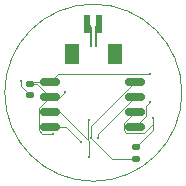
<source format=gbr>
%TF.GenerationSoftware,KiCad,Pcbnew,9.0.0*%
%TF.CreationDate,2025-03-13T16:01:27-04:00*%
%TF.ProjectId,IngestibleCapsule-Board,496e6765-7374-4696-926c-654361707375,rev?*%
%TF.SameCoordinates,Original*%
%TF.FileFunction,Copper,L2,Bot*%
%TF.FilePolarity,Positive*%
%FSLAX46Y46*%
G04 Gerber Fmt 4.6, Leading zero omitted, Abs format (unit mm)*
G04 Created by KiCad (PCBNEW 9.0.0) date 2025-03-13 16:01:27*
%MOMM*%
%LPD*%
G01*
G04 APERTURE LIST*
G04 Aperture macros list*
%AMRoundRect*
0 Rectangle with rounded corners*
0 $1 Rounding radius*
0 $2 $3 $4 $5 $6 $7 $8 $9 X,Y pos of 4 corners*
0 Add a 4 corners polygon primitive as box body*
4,1,4,$2,$3,$4,$5,$6,$7,$8,$9,$2,$3,0*
0 Add four circle primitives for the rounded corners*
1,1,$1+$1,$2,$3*
1,1,$1+$1,$4,$5*
1,1,$1+$1,$6,$7*
1,1,$1+$1,$8,$9*
0 Add four rect primitives between the rounded corners*
20,1,$1+$1,$2,$3,$4,$5,0*
20,1,$1+$1,$4,$5,$6,$7,0*
20,1,$1+$1,$6,$7,$8,$9,0*
20,1,$1+$1,$8,$9,$2,$3,0*%
G04 Aperture macros list end*
%TA.AperFunction,SMDPad,CuDef*%
%ADD10RoundRect,0.162500X0.650000X0.162500X-0.650000X0.162500X-0.650000X-0.162500X0.650000X-0.162500X0*%
%TD*%
%TA.AperFunction,SMDPad,CuDef*%
%ADD11RoundRect,0.140000X-0.170000X0.140000X-0.170000X-0.140000X0.170000X-0.140000X0.170000X0.140000X0*%
%TD*%
%TA.AperFunction,SMDPad,CuDef*%
%ADD12RoundRect,0.135000X-0.185000X0.135000X-0.185000X-0.135000X0.185000X-0.135000X0.185000X0.135000X0*%
%TD*%
%TA.AperFunction,SMDPad,CuDef*%
%ADD13R,0.600000X1.550000*%
%TD*%
%TA.AperFunction,SMDPad,CuDef*%
%ADD14R,1.200000X1.800000*%
%TD*%
%TA.AperFunction,ViaPad*%
%ADD15C,0.250000*%
%TD*%
%TA.AperFunction,Conductor*%
%ADD16C,0.100000*%
%TD*%
%TA.AperFunction,Conductor*%
%ADD17C,0.200000*%
%TD*%
%TA.AperFunction,Profile*%
%ADD18C,0.050000*%
%TD*%
G04 APERTURE END LIST*
D10*
%TO.P,U4,1,~{CS}*%
%TO.N,/MEM_CS*%
X103535000Y-114090000D03*
%TO.P,U4,2,DO/IO_{1}*%
%TO.N,/SPI_MISO*%
X103535000Y-115360000D03*
%TO.P,U4,3,~{WP}/IO_{2}*%
%TO.N,SPI_VDD*%
X103535000Y-116630000D03*
%TO.P,U4,4,GND*%
%TO.N,SPI_GND*%
X103535000Y-117900000D03*
%TO.P,U4,5,DI/IO_{0}*%
%TO.N,/SPI_MOSI*%
X96360000Y-117900000D03*
%TO.P,U4,6,CLK*%
%TO.N,/SPI_SCK*%
X96360000Y-116630000D03*
%TO.P,U4,7,~{HOLD}/~{RESET}/IO_{3}*%
%TO.N,SPI_VDD*%
X96360000Y-115360000D03*
%TO.P,U4,8,VCC*%
X96360000Y-114090000D03*
%TD*%
D11*
%TO.P,C14,1*%
%TO.N,SPI_VDD*%
X94597500Y-114235000D03*
%TO.P,C14,2*%
%TO.N,SPI_GND*%
X94597500Y-115195000D03*
%TD*%
D12*
%TO.P,R8,1*%
%TO.N,SPI_VDD*%
X103597500Y-119610000D03*
%TO.P,R8,2*%
%TO.N,/MEM_CS*%
X103597500Y-120630000D03*
%TD*%
D13*
%TO.P,J6,1,Pin_1*%
%TO.N,/RF Transceiver/RFN*%
X100500000Y-109163000D03*
%TO.P,J6,2,Pin_2*%
%TO.N,/RF Transceiver/RFP*%
X99500000Y-109163000D03*
D14*
%TO.P,J6,MP1*%
%TO.N,N/C*%
X101800000Y-111688000D03*
%TO.P,J6,MP2*%
X98200000Y-111688000D03*
%TD*%
D15*
%TO.N,SPI_VDD*%
X97600000Y-114952500D03*
%TO.N,SPI_GND*%
X93850000Y-114025000D03*
%TO.N,SPI_VDD*%
X104762500Y-113437500D03*
%TO.N,/SPI_MOSI*%
X98975000Y-119200000D03*
%TO.N,SPI_VDD*%
X96550000Y-118475000D03*
X105075000Y-117150000D03*
%TO.N,SPI_GND*%
X104840000Y-115770000D03*
%TO.N,/MEM_CS*%
X99825000Y-118850000D03*
%TO.N,/RF Transceiver/RFN*%
X100230000Y-111040000D03*
%TO.N,/SPI_SCK*%
X99625000Y-117350000D03*
%TO.N,/RF Transceiver/RFP*%
X99790000Y-111060000D03*
%TO.N,/SPI_MISO*%
X100400000Y-118850000D03*
%TO.N,/SPI_SCK*%
X99600000Y-120475000D03*
%TD*%
D16*
%TO.N,SPI_VDD*%
X102571500Y-118196858D02*
X102750642Y-118376000D01*
X97012500Y-113437500D02*
X96360000Y-114090000D01*
X94742500Y-114090000D02*
X94597500Y-114235000D01*
X95235000Y-114235000D02*
X96360000Y-115360000D01*
X103535000Y-116630000D02*
X102571500Y-117593500D01*
X105075000Y-117620358D02*
X105075000Y-117150000D01*
X96360000Y-115360000D02*
X97192500Y-115360000D01*
X95396500Y-116323500D02*
X95396500Y-118196858D01*
X95396500Y-118196858D02*
X95674642Y-118475000D01*
X94597500Y-114235000D02*
X95235000Y-114235000D01*
X102750642Y-118376000D02*
X104319358Y-118376000D01*
%TO.N,/SPI_MOSI*%
X96360000Y-117900000D02*
X97675000Y-117900000D01*
%TO.N,SPI_VDD*%
X96360000Y-114090000D02*
X94742500Y-114090000D01*
%TO.N,/SPI_SCK*%
X97172499Y-116630000D02*
X99536249Y-118993751D01*
X99536249Y-118993751D02*
X99536249Y-117438751D01*
%TO.N,SPI_GND*%
X94597500Y-115195000D02*
X93850000Y-114447500D01*
X93850000Y-114447500D02*
X93850000Y-114025000D01*
%TO.N,SPI_VDD*%
X105075000Y-118132500D02*
X105075000Y-117150000D01*
X103597500Y-119610000D02*
X105075000Y-118132500D01*
%TO.N,/MEM_CS*%
X103597500Y-120630000D02*
X101605000Y-120630000D01*
%TO.N,SPI_VDD*%
X95674642Y-118475000D02*
X96550000Y-118475000D01*
D17*
%TO.N,/RF Transceiver/RFN*%
X100230000Y-111040000D02*
X100230000Y-109433000D01*
X100230000Y-109433000D02*
X100500000Y-109163000D01*
%TO.N,/RF Transceiver/RFP*%
X99790000Y-111060000D02*
X99790000Y-109453000D01*
D16*
%TO.N,SPI_GND*%
X104500000Y-116935000D02*
X103535000Y-117900000D01*
%TO.N,SPI_VDD*%
X104319358Y-118376000D02*
X105075000Y-117620358D01*
X96360000Y-115360000D02*
X95396500Y-116323500D01*
%TO.N,/MEM_CS*%
X99825000Y-117800000D02*
X103535000Y-114090000D01*
D17*
%TO.N,/RF Transceiver/RFP*%
X99790000Y-109453000D02*
X99500000Y-109163000D01*
D16*
%TO.N,/SPI_SCK*%
X99536249Y-118993751D02*
X99600000Y-119057501D01*
%TO.N,/SPI_MISO*%
X100400000Y-118495000D02*
X100400000Y-118850000D01*
%TO.N,SPI_VDD*%
X102571500Y-117593500D02*
X102571500Y-118196858D01*
%TO.N,/MEM_CS*%
X101605000Y-120630000D02*
X99825000Y-118850000D01*
%TO.N,/SPI_SCK*%
X96360000Y-116630000D02*
X97172499Y-116630000D01*
%TO.N,SPI_VDD*%
X104762500Y-113437500D02*
X97012500Y-113437500D01*
%TO.N,/SPI_SCK*%
X99536249Y-117438751D02*
X99625000Y-117350000D01*
%TO.N,/SPI_MOSI*%
X98975000Y-119200000D02*
X98925000Y-119200000D01*
%TO.N,/SPI_MISO*%
X103535000Y-115360000D02*
X100400000Y-118495000D01*
%TO.N,SPI_VDD*%
X97192500Y-115360000D02*
X97600000Y-114952500D01*
%TO.N,/MEM_CS*%
X99825000Y-118850000D02*
X99825000Y-117800000D01*
%TO.N,SPI_GND*%
X104500000Y-116110000D02*
X104500000Y-116935000D01*
%TO.N,/SPI_SCK*%
X99600000Y-119057501D02*
X99600000Y-120475000D01*
%TO.N,SPI_GND*%
X104840000Y-115770000D02*
X104500000Y-116110000D01*
%TO.N,/SPI_MOSI*%
X97675000Y-117900000D02*
X98975000Y-119200000D01*
%TD*%
D18*
X107500000Y-115000000D02*
G75*
G02*
X92500000Y-115000000I-7500000J0D01*
G01*
X92500000Y-115000000D02*
G75*
G02*
X107500000Y-115000000I7500000J0D01*
G01*
M02*

</source>
